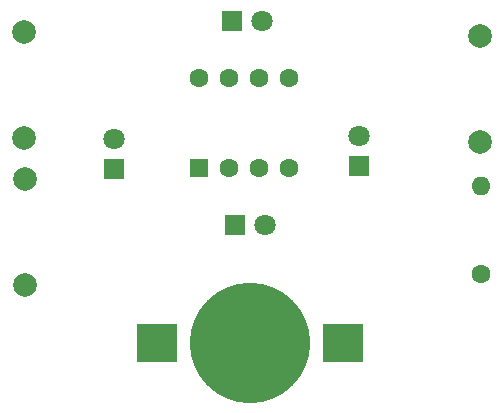
<source format=gbr>
G04 #@! TF.GenerationSoftware,KiCad,Pcbnew,(5.99.0-8045-ga69a4be853)*
G04 #@! TF.CreationDate,2021-01-01T20:50:11-08:00*
G04 #@! TF.ProjectId,gtb-6layer-no-mask,6774622d-366c-4617-9965-722d6e6f2d6d,rev?*
G04 #@! TF.SameCoordinates,Original*
G04 #@! TF.FileFunction,Copper,L6,Bot*
G04 #@! TF.FilePolarity,Positive*
%FSLAX46Y46*%
G04 Gerber Fmt 4.6, Leading zero omitted, Abs format (unit mm)*
G04 Created by KiCad (PCBNEW (5.99.0-8045-ga69a4be853)) date 2021-01-01 20:50:11*
%MOMM*%
%LPD*%
G01*
G04 APERTURE LIST*
G04 #@! TA.AperFunction,ComponentPad*
%ADD10R,1.600000X1.600000*%
G04 #@! TD*
G04 #@! TA.AperFunction,ComponentPad*
%ADD11C,1.600000*%
G04 #@! TD*
G04 #@! TA.AperFunction,ComponentPad*
%ADD12C,1.998980*%
G04 #@! TD*
G04 #@! TA.AperFunction,ComponentPad*
%ADD13R,1.800000X1.800000*%
G04 #@! TD*
G04 #@! TA.AperFunction,ComponentPad*
%ADD14C,1.800000*%
G04 #@! TD*
G04 #@! TA.AperFunction,ComponentPad*
%ADD15O,1.600000X1.600000*%
G04 #@! TD*
G04 #@! TA.AperFunction,SMDPad,CuDef*
%ADD16R,3.500000X3.300000*%
G04 #@! TD*
G04 #@! TA.AperFunction,SMDPad,CuDef*
%ADD17C,10.200000*%
G04 #@! TD*
G04 #@! TA.AperFunction,ViaPad*
%ADD18C,0.600000*%
G04 #@! TD*
G04 APERTURE END LIST*
D10*
X152070000Y-95270000D03*
D11*
X154610000Y-95270000D03*
X157150000Y-95270000D03*
X159690000Y-95270000D03*
X159690000Y-87650000D03*
X157150000Y-87650000D03*
X154610000Y-87650000D03*
X152070000Y-87650000D03*
D12*
X175940000Y-93100000D03*
X175940000Y-84100000D03*
X137340000Y-105170000D03*
X137340000Y-96170000D03*
X137280000Y-83730000D03*
X137280000Y-92730000D03*
D13*
X144920000Y-95340000D03*
D14*
X144920000Y-92800000D03*
D11*
X175960000Y-104290000D03*
D15*
X175960000Y-96790000D03*
D13*
X154880000Y-82800000D03*
D14*
X157420000Y-82800000D03*
D13*
X155120000Y-100090000D03*
D14*
X157660000Y-100090000D03*
D13*
X165640000Y-95080000D03*
D14*
X165640000Y-92540000D03*
D16*
X148530000Y-110090000D03*
X164330000Y-110090000D03*
D17*
X156430000Y-110090000D03*
D18*
X156480000Y-110010000D03*
X148600000Y-110150000D03*
X164420000Y-110080000D03*
M02*

</source>
